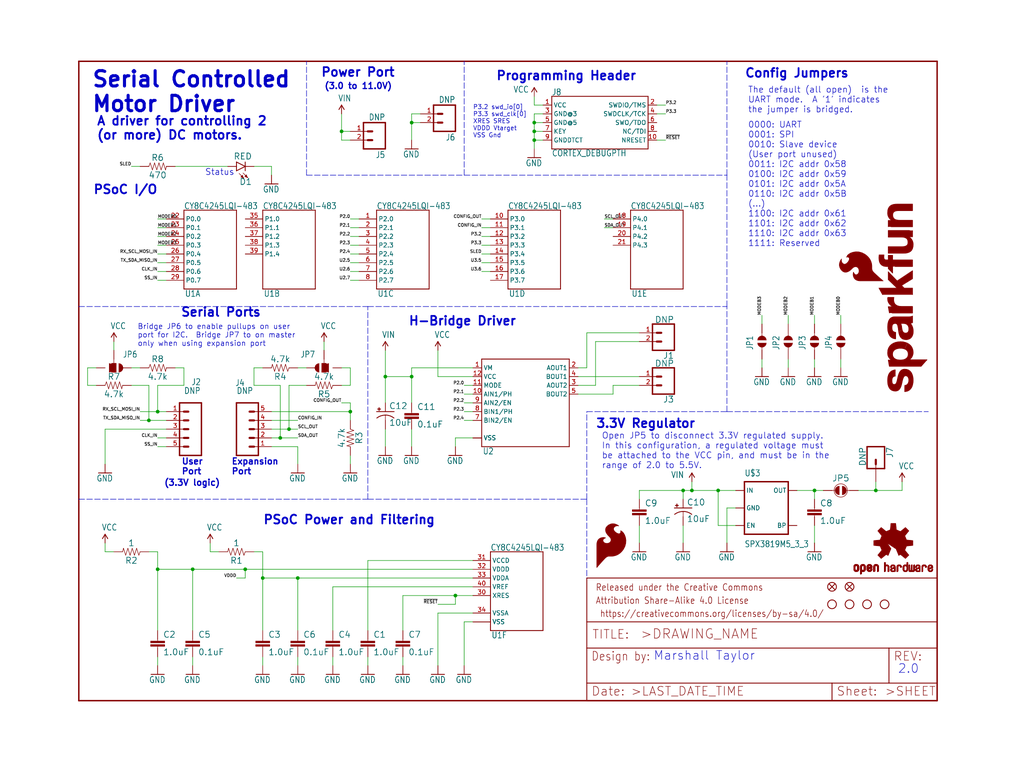
<source format=kicad_sch>
(kicad_sch (version 20211123) (generator eeschema)
  (paper "User" 297.002 223.926)
  (lib_symbols
    (symbol "eagleSchem-eagle-import:0.1UF-0402-16V-10%"
      (property "Reference" "C" (at 1.524 2.921 0))
      (property "Value" "0.1UF-0402-16V-10%" (at 1.524 -2.159 0))
      (symbol "0.1UF-0402-16V-10%_1_0"
        (pin passive line (at 0 5.08 270) (length 2.54) (name "1") (number "1"))
        (pin passive line (at 0 -2.54 90) (length 2.54) (name "2") (number "2"))
      )
    )
    (symbol "eagleSchem-eagle-import:1.0UF-0402-16V-10%"
      (property "Reference" "C" (at 1.524 2.921 0))
      (property "Value" "1.0UF-0402-16V-10%" (at 1.524 -2.159 0))
      (symbol "1.0UF-0402-16V-10%_1_0"
        (pin passive line (at 0 5.08 270) (length 2.54) (name "1") (number "1"))
        (pin passive line (at 0 -2.54 90) (length 2.54) (name "2") (number "2"))
      )
    )
    (symbol "eagleSchem-eagle-import:10UF-POLAR-EIA3216-16V-10%(TANT)"
      (property "Reference" "C" (at 1.016 0.635 0))
      (property "Value" "10UF-POLAR-EIA3216-16V-10%(TANT)" (at 1.016 -4.191 0))
      (symbol "10UF-POLAR-EIA3216-16V-10%(TANT)_1_0"
        (pin passive line (at 0 2.54 270) (length 2.54) (name "+") (number "+"))
        (pin passive line (at 0 -5.08 90) (length 2.54) (name "-") (number "-"))
      )
    )
    (symbol "eagleSchem-eagle-import:1OHM-0603-1{slash}10W-1%"
      (property "Reference" "R" (at 0 1.524 0))
      (property "Value" "1OHM-0603-1{slash}10W-1%" (at 0 -1.524 0))
      (symbol "1OHM-0603-1{slash}10W-1%_1_0"
        (pin passive line (at -5.08 0 0) (length 2.54) (name "1") (number "1"))
        (pin passive line (at 5.08 0 180) (length 2.54) (name "2") (number "2"))
      )
    )
    (symbol "eagleSchem-eagle-import:4.7KOHM-0603-1{slash}10W-1%"
      (property "Reference" "R" (at 0 1.524 0))
      (property "Value" "4.7KOHM-0603-1{slash}10W-1%" (at 0 -1.524 0))
      (symbol "4.7KOHM-0603-1{slash}10W-1%_1_0"
        (pin passive line (at -5.08 0 0) (length 2.54) (name "1") (number "1"))
        (pin passive line (at 5.08 0 180) (length 2.54) (name "2") (number "2"))
      )
    )
    (symbol "eagleSchem-eagle-import:470OHM-0603-1{slash}10W-1%"
      (property "Reference" "R" (at 0 1.524 0))
      (property "Value" "470OHM-0603-1{slash}10W-1%" (at 0 -1.524 0))
      (symbol "470OHM-0603-1{slash}10W-1%_1_0"
        (pin passive line (at -5.08 0 0) (length 2.54) (name "1") (number "1"))
        (pin passive line (at 5.08 0 180) (length 2.54) (name "2") (number "2"))
      )
    )
    (symbol "eagleSchem-eagle-import:CONN_01PTH"
      (property "Reference" "J" (at -2.54 3.048 0))
      (property "Value" "CONN_01PTH" (at -2.54 -4.826 0))
      (symbol "CONN_01PTH_1_0"
        (pin passive line (at 7.62 0 180) (length 5.08) (name "1") (number "1"))
      )
    )
    (symbol "eagleSchem-eagle-import:CONN_021X02_NO_SILK"
      (property "Reference" "J" (at -2.54 5.588 0))
      (property "Value" "CONN_021X02_NO_SILK" (at -2.54 -4.826 0))
      (symbol "CONN_021X02_NO_SILK_1_0"
        (pin passive line (at 7.62 0 180) (length 5.08) (name "1") (number "1"))
        (pin passive line (at 7.62 2.54 180) (length 5.08) (name "2") (number "2"))
      )
    )
    (symbol "eagleSchem-eagle-import:CORTEX_DEBUGPTH"
      (property "Reference" "J" (at -12.7 7.874 0))
      (property "Value" "CORTEX_DEBUGPTH" (at -12.7 -7.874 0))
      (symbol "CORTEX_DEBUGPTH_1_0"
        (pin bidirectional line (at -15.24 5.08 0) (length 2.54) (name "VCC") (number "1"))
        (pin bidirectional line (at 17.78 -5.08 180) (length 2.54) (name "NRESET") (number "10"))
        (pin bidirectional line (at 17.78 5.08 180) (length 2.54) (name "SWDIO/TMS") (number "2"))
        (pin bidirectional line (at -15.24 2.54 0) (length 2.54) (name "GND@3") (number "3"))
        (pin bidirectional line (at 17.78 2.54 180) (length 2.54) (name "SWDCLK/TCK") (number "4"))
        (pin bidirectional line (at -15.24 0 0) (length 2.54) (name "GND@5") (number "5"))
        (pin bidirectional line (at 17.78 0 180) (length 2.54) (name "SWO/TDO") (number "6"))
        (pin bidirectional line (at -15.24 -2.54 0) (length 2.54) (name "KEY") (number "7"))
        (pin bidirectional line (at 17.78 -2.54 180) (length 2.54) (name "NC/TDI") (number "8"))
        (pin bidirectional line (at -15.24 -5.08 0) (length 2.54) (name "GNDDTCT") (number "9"))
      )
    )
    (symbol "eagleSchem-eagle-import:CY8C4245LQI"
      (property "Value" "CY8C4245LQI" (at -7.62 10.414 0))
      (symbol "CY8C4245LQI_1_0"
        (pin bidirectional line (at -12.7 7.62 0) (length 5.08) (name "P0.0") (number "22"))
        (pin bidirectional line (at -12.7 5.08 0) (length 5.08) (name "P0.1") (number "23"))
        (pin bidirectional line (at -12.7 2.54 0) (length 5.08) (name "P0.2") (number "24"))
        (pin bidirectional line (at -12.7 0 0) (length 5.08) (name "P0.3") (number "25"))
        (pin bidirectional line (at -12.7 -2.54 0) (length 5.08) (name "P0.4") (number "26"))
        (pin bidirectional line (at -12.7 -5.08 0) (length 5.08) (name "P0.5") (number "27"))
        (pin bidirectional line (at -12.7 -7.62 0) (length 5.08) (name "P0.6") (number "28"))
        (pin bidirectional line (at -12.7 -10.16 0) (length 5.08) (name "P0.7") (number "29"))
      )
      (symbol "CY8C4245LQI_2_0"
        (pin bidirectional line (at -12.7 7.62 0) (length 5.08) (name "P1.0") (number "35"))
        (pin bidirectional line (at -12.7 5.08 0) (length 5.08) (name "P1.1") (number "36"))
        (pin bidirectional line (at -12.7 2.54 0) (length 5.08) (name "P1.2") (number "37"))
        (pin bidirectional line (at -12.7 0 0) (length 5.08) (name "P1.3") (number "38"))
        (pin bidirectional line (at -12.7 -2.54 0) (length 5.08) (name "P1.4") (number "39"))
      )
      (symbol "CY8C4245LQI_3_0"
        (pin bidirectional line (at -12.7 7.62 0) (length 5.08) (name "P2.0") (number "1"))
        (pin bidirectional line (at -12.7 5.08 0) (length 5.08) (name "P2.1") (number "2"))
        (pin bidirectional line (at -12.7 2.54 0) (length 5.08) (name "P2.2") (number "3"))
        (pin bidirectional line (at -12.7 0 0) (length 5.08) (name "P2.3") (number "4"))
        (pin bidirectional line (at -12.7 -2.54 0) (length 5.08) (name "P2.4") (number "5"))
        (pin bidirectional line (at -12.7 -5.08 0) (length 5.08) (name "P2.5") (number "6"))
        (pin bidirectional line (at -12.7 -7.62 0) (length 5.08) (name "P2.6") (number "7"))
        (pin bidirectional line (at -12.7 -10.16 0) (length 5.08) (name "P2.7") (number "8"))
      )
      (symbol "CY8C4245LQI_4_0"
        (pin bidirectional line (at -12.7 7.62 0) (length 5.08) (name "P3.0") (number "10"))
        (pin bidirectional line (at -12.7 5.08 0) (length 5.08) (name "P3.1") (number "11"))
        (pin bidirectional line (at -12.7 2.54 0) (length 5.08) (name "P3.2") (number "12"))
        (pin bidirectional line (at -12.7 0 0) (length 5.08) (name "P3.3") (number "13"))
        (pin bidirectional line (at -12.7 -2.54 0) (length 5.08) (name "P3.4") (number "14"))
        (pin bidirectional line (at -12.7 -5.08 0) (length 5.08) (name "P3.5") (number "15"))
        (pin bidirectional line (at -12.7 -7.62 0) (length 5.08) (name "P3.6") (number "16"))
        (pin bidirectional line (at -12.7 -10.16 0) (length 5.08) (name "P3.7") (number "17"))
      )
      (symbol "CY8C4245LQI_5_0"
        (pin bidirectional line (at -12.7 7.62 0) (length 5.08) (name "P4.0") (number "18"))
        (pin bidirectional line (at -12.7 5.08 0) (length 5.08) (name "P4.1") (number "19"))
        (pin bidirectional line (at -12.7 2.54 0) (length 5.08) (name "P4.2") (number "20"))
        (pin bidirectional line (at -12.7 0 0) (length 5.08) (name "P4.3") (number "21"))
      )
      (symbol "CY8C4245LQI_6_0"
        (pin bidirectional line (at -12.7 -2.54 0) (length 5.08) (name "XRES") (number "30"))
        (pin bidirectional line (at -12.7 7.62 0) (length 5.08) (name "VCCD") (number "31"))
        (pin bidirectional line (at -12.7 5.08 0) (length 5.08) (name "VDDD") (number "32"))
        (pin bidirectional line (at -12.7 2.54 0) (length 5.08) (name "VDDA") (number "33"))
        (pin bidirectional line (at -12.7 -7.62 0) (length 5.08) (name "VSSA") (number "34"))
        (pin bidirectional line (at -12.7 0 0) (length 5.08) (name "VREF") (number "40"))
        (pin bidirectional line (at -12.7 -10.16 0) (length 5.08) (name "VSS") (number "9"))
        (pin bidirectional line (at -12.7 -10.16 0) (length 5.08) (name "VSS") (number "EP"))
      )
    )
    (symbol "eagleSchem-eagle-import:DRV883X"
      (property "Value" "DRV883X" (at -12.7 12.954 0))
      (symbol "DRV883X_1_0"
        (pin bidirectional line (at -15.24 10.16 0) (length 2.54) (name "VM") (number "1"))
        (pin bidirectional line (at -15.24 2.54 0) (length 2.54) (name "AIN1/PH") (number "10"))
        (pin bidirectional line (at -15.24 5.08 0) (length 2.54) (name "MODE") (number "11"))
        (pin bidirectional line (at -15.24 7.62 0) (length 2.54) (name "VCC") (number "12"))
        (pin bidirectional line (at 15.24 10.16 180) (length 2.54) (name "AOUT1") (number "2"))
        (pin bidirectional line (at 15.24 5.08 180) (length 2.54) (name "AOUT2") (number "3"))
        (pin bidirectional line (at 15.24 7.62 180) (length 2.54) (name "BOUT1") (number "4"))
        (pin bidirectional line (at 15.24 2.54 180) (length 2.54) (name "BOUT2") (number "5"))
        (pin bidirectional line (at -15.24 -10.16 0) (length 2.54) (name "VSS") (number "6"))
        (pin bidirectional line (at -15.24 -5.08 0) (length 2.54) (name "BIN2/EN") (number "7"))
        (pin bidirectional line (at -15.24 -2.54 0) (length 2.54) (name "BIN1/PH") (number "8"))
        (pin bidirectional line (at -15.24 0 0) (length 2.54) (name "AIN2/EN") (number "9"))
        (pin bidirectional line (at -15.24 -10.16 0) (length 2.54) (name "VSS") (number "PAD"))
      )
    )
    (symbol "eagleSchem-eagle-import:FIDUCIALUFIDUCIAL")
    (symbol "eagleSchem-eagle-import:FRAME-LETTER"
      (symbol "FRAME-LETTER_2_0"
        (text " https://creativecommons.org/licenses/by-sa/4.0/" (at 2.54 24.13 0) (effects (font (size 1.9304 1.6408)) (justify left bottom)))
        (text ">DRAWING_NAME" (at 15.494 17.78 0) (effects (font (size 2.7432 2.7432)) (justify left bottom)))
        (text ">LAST_DATE_TIME" (at 12.7 1.27 0) (effects (font (size 2.54 2.54)) (justify left bottom)))
        (text ">SHEET" (at 86.36 1.27 0) (effects (font (size 2.54 2.54)) (justify left bottom)))
        (text "Attribution Share-Alike 4.0 License" (at 2.54 27.94 0) (effects (font (size 1.9304 1.6408)) (justify left bottom)))
        (text "Date:" (at 1.27 1.27 0) (effects (font (size 2.54 2.54)) (justify left bottom)))
        (text "Design by:" (at 1.27 11.43 0) (effects (font (size 2.54 2.159)) (justify left bottom)))
        (text "Released under the Creative Commons" (at 2.54 31.75 0) (effects (font (size 1.9304 1.6408)) (justify left bottom)))
        (text "REV:" (at 88.9 11.43 0) (effects (font (size 2.54 2.54)) (justify left bottom)))
        (text "Sheet:" (at 72.39 1.27 0) (effects (font (size 2.54 2.54)) (justify left bottom)))
        (text "TITLE:" (at 1.524 17.78 0) (effects (font (size 2.54 2.54)) (justify left bottom)))
      )
    )
    (symbol "eagleSchem-eagle-import:GND" (power)
      (property "Value" "GND" (at -2.54 -2.54 0))
      (symbol "GND_1_0"
        (pin power_in line (at 0 2.54 270) (length 2.54) (name "GND") (number "1"))
      )
    )
    (symbol "eagleSchem-eagle-import:JUMPER-PAD-2-NC_BY_PASTE"
      (property "Reference" "JP" (at -2.54 2.54 0))
      (property "Value" "JUMPER-PAD-2-NC_BY_PASTE" (at -2.54 -2.54 0))
      (symbol "JUMPER-PAD-2-NC_BY_PASTE_1_0"
        (pin passive line (at -5.08 0 0) (length 2.54) (name "1") (number "1"))
        (pin passive line (at 5.08 0 180) (length 2.54) (name "2") (number "2"))
      )
    )
    (symbol "eagleSchem-eagle-import:JUMPER-PAD-2-NOYES_SILK"
      (property "Reference" "JP" (at -2.54 2.54 0))
      (property "Value" "JUMPER-PAD-2-NOYES_SILK" (at -2.54 -5.08 0))
      (symbol "JUMPER-PAD-2-NOYES_SILK_1_0"
        (pin passive line (at -5.08 0 0) (length 2.54) (name "1") (number "1"))
        (pin passive line (at 5.08 0 180) (length 2.54) (name "2") (number "2"))
      )
    )
    (symbol "eagleSchem-eagle-import:JUMPER-PAD-3-NOYES_SILK"
      (property "Reference" "JP" (at 2.54 0.381 0))
      (property "Value" "JUMPER-PAD-3-NOYES_SILK" (at 2.54 -1.905 0))
      (symbol "JUMPER-PAD-3-NOYES_SILK_1_0"
        (pin passive line (at 0 5.08 270) (length 2.54) (name "1") (number "1"))
        (pin passive line (at -5.08 0 0) (length 2.54) (name "2") (number "2"))
        (pin passive line (at 0 -5.08 90) (length 2.54) (name "3") (number "3"))
      )
    )
    (symbol "eagleSchem-eagle-import:LED-RED0603"
      (property "Reference" "D" (at -3.429 -4.572 90))
      (property "Value" "LED-RED0603" (at 1.905 -4.572 90))
      (symbol "LED-RED0603_1_0"
        (pin passive line (at 0 2.54 270) (length 2.54) (name "A") (number "A"))
        (pin passive line (at 0 -5.08 90) (length 2.54) (name "C") (number "C"))
      )
    )
    (symbol "eagleSchem-eagle-import:M02PTH"
      (property "Reference" "J" (at -2.54 5.842 0))
      (property "Value" "M02PTH" (at -2.54 -5.08 0))
      (symbol "M02PTH_1_0"
        (pin passive line (at 7.62 0 180) (length 5.08) (name "1") (number "1"))
        (pin passive line (at 7.62 2.54 180) (length 5.08) (name "2") (number "2"))
      )
    )
    (symbol "eagleSchem-eagle-import:M05PTH"
      (property "Reference" "J" (at -2.54 8.382 0))
      (property "Value" "M05PTH" (at -2.54 -10.16 0))
      (symbol "M05PTH_1_0"
        (pin passive line (at 7.62 -5.08 180) (length 5.08) (name "1") (number "1"))
        (pin passive line (at 7.62 -2.54 180) (length 5.08) (name "2") (number "2"))
        (pin passive line (at 7.62 0 180) (length 5.08) (name "3") (number "3"))
        (pin passive line (at 7.62 2.54 180) (length 5.08) (name "4") (number "4"))
        (pin passive line (at 7.62 5.08 180) (length 5.08) (name "5") (number "5"))
      )
    )
    (symbol "eagleSchem-eagle-import:OSHW-LOGOMINI")
    (symbol "eagleSchem-eagle-import:SFE_LOGO_FLAME.1_INCH")
    (symbol "eagleSchem-eagle-import:SFE_LOGO_NAME_FLAME.1_INCH")
    (symbol "eagleSchem-eagle-import:SPX3819"
      (property "Value" "SPX3819" (at -7.62 -11.43 0))
      (symbol "SPX3819_1_0"
        (pin input line (at -10.16 5.08 0) (length 2.54) (name "IN") (number "1"))
        (pin input line (at -10.16 0 0) (length 2.54) (name "GND") (number "2"))
        (pin input line (at -10.16 -5.08 0) (length 2.54) (name "EN") (number "3"))
        (pin input line (at 7.62 -5.08 180) (length 2.54) (name "BP") (number "4"))
        (pin passive line (at 7.62 5.08 180) (length 2.54) (name "OUT") (number "5"))
      )
    )
    (symbol "eagleSchem-eagle-import:STAND-OFF")
    (symbol "eagleSchem-eagle-import:VCC" (power)
      (property "Value" "VCC" (at -1.016 3.556 0))
      (symbol "VCC_1_0"
        (pin power_in line (at 0 0 90) (length 2.54) (name "VCC") (number "1"))
      )
    )
    (symbol "eagleSchem-eagle-import:VIN" (power)
      (property "Value" "VIN" (at -1.016 3.556 0))
      (symbol "VIN_1_0"
        (pin power_in line (at 0 0 90) (length 2.54) (name "VIN") (number "1"))
      )
    )
  )
  (junction (at 154.94 38.1))
  (junction (at 254 142.24))
  (junction (at 45.72 165.1))
  (junction (at 83.82 124.46))
  (junction (at 45.72 119.38))
  (junction (at 132.08 172.72))
  (junction (at 101.6 119.38))
  (junction (at 200.66 142.24))
  (junction (at 119.38 35.56))
  (junction (at 99.06 38.1))
  (junction (at 208.28 142.24))
  (junction (at 71.12 165.1))
  (junction (at 111.76 109.22))
  (junction (at 154.94 40.64))
  (junction (at 154.94 35.56))
  (junction (at 86.36 167.64))
  (junction (at 81.28 127))
  (junction (at 43.18 121.92))
  (junction (at 119.38 109.22))
  (junction (at 55.88 165.1))
  (junction (at 198.12 142.24))
  (junction (at 76.2 167.64))
  (junction (at 236.22 142.24))
  (wire (pts (xy 53.34 111.76) (xy 45.72 111.76)))
  (wire (pts (xy 48.26 66.04) (xy 45.72 66.04)))
  (wire (pts (xy 78.74 119.38) (xy 101.6 119.38)))
  (wire (pts (xy 55.88 165.1) (xy 45.72 165.1)))
  (wire (pts (xy 167.64 109.22) (xy 185.42 109.22)))
  (wire (pts (xy 104.14 76.2) (xy 101.6 76.2)))
  (wire (pts (xy 167.64 106.68) (xy 170.18 106.68)))
  (wire (pts (xy 101.6 106.68) (xy 99.06 106.68)))
  (wire (pts (xy 132.08 175.26) (xy 127 175.26)))
  (wire (pts (xy 200.66 142.24) (xy 200.66 139.7)))
  (wire (pts (xy 78.74 124.46) (xy 83.82 124.46)))
  (wire (pts (xy 73.66 106.68) (xy 73.66 111.76)))
  (wire (pts (xy 104.14 78.74) (xy 101.6 78.74)))
  (wire (pts (xy 101.6 111.76) (xy 101.6 106.68)))
  (wire (pts (xy 48.26 76.2) (xy 45.72 76.2)))
  (wire (pts (xy 213.36 152.4) (xy 208.28 152.4)))
  (polyline (pts (xy 106.68 144.78) (xy 170.18 144.78)))
  (wire (pts (xy 78.74 48.26) (xy 78.74 50.8)))
  (wire (pts (xy 170.18 106.68) (xy 170.18 96.52)))
  (wire (pts (xy 48.26 78.74) (xy 45.72 78.74)))
  (wire (pts (xy 185.42 157.48) (xy 185.42 152.4)))
  (wire (pts (xy 261.62 142.24) (xy 261.62 139.7)))
  (wire (pts (xy 157.48 30.48) (xy 154.94 30.48)))
  (wire (pts (xy 45.72 119.38) (xy 40.64 119.38)))
  (wire (pts (xy 99.06 38.1) (xy 99.06 40.64)))
  (wire (pts (xy 137.16 109.22) (xy 127 109.22)))
  (wire (pts (xy 137.16 170.18) (xy 96.52 170.18)))
  (wire (pts (xy 248.92 142.24) (xy 254 142.24)))
  (wire (pts (xy 137.16 165.1) (xy 71.12 165.1)))
  (wire (pts (xy 104.14 66.04) (xy 101.6 66.04)))
  (wire (pts (xy 172.72 99.06) (xy 185.42 99.06)))
  (wire (pts (xy 106.68 193.04) (xy 106.68 190.5)))
  (wire (pts (xy 177.8 111.76) (xy 185.42 111.76)))
  (wire (pts (xy 210.82 157.48) (xy 210.82 147.32)))
  (wire (pts (xy 43.18 160.02) (xy 45.72 160.02)))
  (wire (pts (xy 33.02 160.02) (xy 30.48 160.02)))
  (wire (pts (xy 243.84 93.98) (xy 243.84 91.44)))
  (wire (pts (xy 198.12 142.24) (xy 198.12 144.78)))
  (wire (pts (xy 132.08 172.72) (xy 137.16 172.72)))
  (wire (pts (xy 142.24 68.58) (xy 139.7 68.58)))
  (wire (pts (xy 53.34 106.68) (xy 53.34 111.76)))
  (wire (pts (xy 142.24 78.74) (xy 139.7 78.74)))
  (wire (pts (xy 101.6 121.92) (xy 101.6 119.38)))
  (wire (pts (xy 119.38 35.56) (xy 119.38 33.02)))
  (wire (pts (xy 132.08 172.72) (xy 132.08 175.26)))
  (polyline (pts (xy 134.62 50.8) (xy 210.82 50.8)))
  (wire (pts (xy 154.94 30.48) (xy 154.94 27.94)))
  (wire (pts (xy 86.36 167.64) (xy 76.2 167.64)))
  (wire (pts (xy 66.04 48.26) (xy 50.8 48.26)))
  (polyline (pts (xy 88.9 50.8) (xy 134.62 50.8)))
  (wire (pts (xy 142.24 63.5) (xy 139.7 63.5)))
  (wire (pts (xy 43.18 121.92) (xy 40.64 121.92)))
  (wire (pts (xy 76.2 190.5) (xy 76.2 193.04)))
  (wire (pts (xy 116.84 193.04) (xy 116.84 190.5)))
  (wire (pts (xy 86.36 182.88) (xy 86.36 167.64)))
  (wire (pts (xy 172.72 111.76) (xy 172.72 99.06)))
  (wire (pts (xy 73.66 111.76) (xy 81.28 111.76)))
  (polyline (pts (xy 106.68 88.9) (xy 210.82 88.9)))
  (wire (pts (xy 254 139.7) (xy 254 142.24)))
  (wire (pts (xy 157.48 33.02) (xy 154.94 33.02)))
  (wire (pts (xy 170.18 96.52) (xy 185.42 96.52)))
  (wire (pts (xy 210.82 147.32) (xy 213.36 147.32)))
  (wire (pts (xy 121.92 35.56) (xy 119.38 35.56)))
  (wire (pts (xy 78.74 127) (xy 81.28 127)))
  (wire (pts (xy 38.1 111.76) (xy 43.18 111.76)))
  (wire (pts (xy 220.98 104.14) (xy 220.98 106.68)))
  (wire (pts (xy 25.4 111.76) (xy 27.94 111.76)))
  (wire (pts (xy 48.26 73.66) (xy 45.72 73.66)))
  (wire (pts (xy 198.12 142.24) (xy 200.66 142.24)))
  (wire (pts (xy 104.14 63.5) (xy 101.6 63.5)))
  (polyline (pts (xy 170.18 144.78) (xy 170.18 167.64)))
  (wire (pts (xy 76.2 160.02) (xy 76.2 167.64)))
  (wire (pts (xy 208.28 152.4) (xy 208.28 142.24)))
  (wire (pts (xy 86.36 129.54) (xy 86.36 134.62)))
  (wire (pts (xy 185.42 144.78) (xy 185.42 142.24)))
  (wire (pts (xy 48.26 81.28) (xy 45.72 81.28)))
  (wire (pts (xy 48.26 71.12) (xy 45.72 71.12)))
  (wire (pts (xy 48.26 124.46) (xy 30.48 124.46)))
  (wire (pts (xy 167.64 111.76) (xy 172.72 111.76)))
  (wire (pts (xy 88.9 111.76) (xy 83.82 111.76)))
  (wire (pts (xy 137.16 162.56) (xy 106.68 162.56)))
  (wire (pts (xy 96.52 190.5) (xy 96.52 193.04)))
  (wire (pts (xy 83.82 111.76) (xy 83.82 124.46)))
  (wire (pts (xy 137.16 180.34) (xy 134.62 180.34)))
  (wire (pts (xy 137.16 121.92) (xy 134.62 121.92)))
  (wire (pts (xy 137.16 116.84) (xy 134.62 116.84)))
  (wire (pts (xy 30.48 160.02) (xy 30.48 157.48)))
  (wire (pts (xy 73.66 160.02) (xy 76.2 160.02)))
  (wire (pts (xy 142.24 73.66) (xy 139.7 73.66)))
  (wire (pts (xy 71.12 167.64) (xy 68.58 167.64)))
  (wire (pts (xy 40.64 106.68) (xy 38.1 106.68)))
  (wire (pts (xy 45.72 160.02) (xy 45.72 165.1)))
  (polyline (pts (xy 210.82 50.8) (xy 210.82 17.78)))
  (wire (pts (xy 55.88 182.88) (xy 55.88 165.1)))
  (wire (pts (xy 104.14 73.66) (xy 101.6 73.66)))
  (wire (pts (xy 177.8 66.04) (xy 175.26 66.04)))
  (wire (pts (xy 137.16 177.8) (xy 127 177.8)))
  (wire (pts (xy 111.76 129.54) (xy 111.76 124.46)))
  (wire (pts (xy 33.02 99.06) (xy 33.02 101.6)))
  (wire (pts (xy 73.66 48.26) (xy 78.74 48.26)))
  (wire (pts (xy 157.48 38.1) (xy 154.94 38.1)))
  (wire (pts (xy 48.26 129.54) (xy 45.72 129.54)))
  (wire (pts (xy 78.74 121.92) (xy 86.36 121.92)))
  (wire (pts (xy 142.24 66.04) (xy 139.7 66.04)))
  (wire (pts (xy 99.06 40.64) (xy 101.6 40.64)))
  (wire (pts (xy 81.28 111.76) (xy 81.28 127)))
  (wire (pts (xy 71.12 165.1) (xy 55.88 165.1)))
  (wire (pts (xy 50.8 106.68) (xy 53.34 106.68)))
  (wire (pts (xy 45.72 111.76) (xy 45.72 119.38)))
  (wire (pts (xy 127 109.22) (xy 127 101.6)))
  (wire (pts (xy 76.2 167.64) (xy 76.2 182.88)))
  (wire (pts (xy 43.18 111.76) (xy 43.18 121.92)))
  (wire (pts (xy 55.88 193.04) (xy 55.88 190.5)))
  (wire (pts (xy 236.22 157.48) (xy 236.22 152.4)))
  (wire (pts (xy 154.94 35.56) (xy 154.94 38.1)))
  (polyline (pts (xy 88.9 50.8) (xy 88.9 17.78)))
  (wire (pts (xy 116.84 172.72) (xy 132.08 172.72)))
  (wire (pts (xy 93.98 101.6) (xy 93.98 99.06)))
  (wire (pts (xy 228.6 106.68) (xy 228.6 104.14)))
  (wire (pts (xy 60.96 160.02) (xy 63.5 160.02)))
  (polyline (pts (xy 170.18 119.38) (xy 210.82 119.38)))
  (wire (pts (xy 101.6 116.84) (xy 99.06 116.84)))
  (wire (pts (xy 137.16 127) (xy 132.08 127)))
  (polyline (pts (xy 170.18 144.78) (xy 170.18 119.38)))
  (wire (pts (xy 154.94 38.1) (xy 154.94 40.64)))
  (wire (pts (xy 119.38 106.68) (xy 119.38 109.22)))
  (wire (pts (xy 213.36 142.24) (xy 208.28 142.24)))
  (wire (pts (xy 157.48 35.56) (xy 154.94 35.56)))
  (wire (pts (xy 25.4 106.68) (xy 25.4 111.76)))
  (polyline (pts (xy 106.68 144.78) (xy 106.68 88.9)))
  (wire (pts (xy 132.08 127) (xy 132.08 129.54)))
  (wire (pts (xy 142.24 71.12) (xy 139.7 71.12)))
  (wire (pts (xy 99.06 33.02) (xy 99.06 38.1)))
  (wire (pts (xy 228.6 93.98) (xy 228.6 91.44)))
  (wire (pts (xy 157.48 40.64) (xy 154.94 40.64)))
  (wire (pts (xy 48.26 68.58) (xy 45.72 68.58)))
  (polyline (pts (xy 22.86 88.9) (xy 106.68 88.9)))
  (polyline (pts (xy 134.62 50.8) (xy 134.62 17.78)))
  (wire (pts (xy 48.26 119.38) (xy 45.72 119.38)))
  (wire (pts (xy 83.82 124.46) (xy 86.36 124.46)))
  (wire (pts (xy 134.62 180.34) (xy 134.62 193.04)))
  (wire (pts (xy 27.94 106.68) (xy 25.4 106.68)))
  (wire (pts (xy 154.94 40.64) (xy 154.94 43.18)))
  (wire (pts (xy 104.14 71.12) (xy 101.6 71.12)))
  (wire (pts (xy 121.92 33.02) (xy 119.38 33.02)))
  (wire (pts (xy 111.76 116.84) (xy 111.76 109.22)))
  (wire (pts (xy 137.16 106.68) (xy 119.38 106.68)))
  (wire (pts (xy 236.22 142.24) (xy 236.22 144.78)))
  (wire (pts (xy 48.26 127) (xy 45.72 127)))
  (wire (pts (xy 96.52 170.18) (xy 96.52 182.88)))
  (wire (pts (xy 86.36 106.68) (xy 88.9 106.68)))
  (wire (pts (xy 101.6 38.1) (xy 99.06 38.1)))
  (wire (pts (xy 81.28 127) (xy 86.36 127)))
  (wire (pts (xy 243.84 104.14) (xy 243.84 106.68)))
  (wire (pts (xy 111.76 101.6) (xy 111.76 109.22)))
  (wire (pts (xy 236.22 104.14) (xy 236.22 106.68)))
  (wire (pts (xy 198.12 142.24) (xy 185.42 142.24)))
  (wire (pts (xy 48.26 63.5) (xy 45.72 63.5)))
  (wire (pts (xy 86.36 190.5) (xy 86.36 193.04)))
  (wire (pts (xy 111.76 109.22) (xy 119.38 109.22)))
  (wire (pts (xy 78.74 129.54) (xy 86.36 129.54)))
  (wire (pts (xy 190.5 33.02) (xy 193.04 33.02)))
  (polyline (pts (xy 210.82 88.9) (xy 210.82 50.8)))
  (wire (pts (xy 231.14 142.24) (xy 236.22 142.24)))
  (wire (pts (xy 119.38 40.64) (xy 119.38 35.56)))
  (wire (pts (xy 208.28 142.24) (xy 200.66 142.24)))
  (wire (pts (xy 60.96 157.48) (xy 60.96 160.02)))
  (wire (pts (xy 45.72 165.1) (xy 45.72 182.88)))
  (wire (pts (xy 101.6 119.38) (xy 101.6 116.84)))
  (wire (pts (xy 30.48 124.46) (xy 30.48 134.62)))
  (wire (pts (xy 236.22 142.24) (xy 238.76 142.24)))
  (wire (pts (xy 177.8 63.5) (xy 175.26 63.5)))
  (wire (pts (xy 254 142.24) (xy 261.62 142.24)))
  (wire (pts (xy 104.14 81.28) (xy 101.6 81.28)))
  (wire (pts (xy 198.12 152.4) (xy 198.12 157.48)))
  (wire (pts (xy 220.98 93.98) (xy 220.98 91.44)))
  (wire (pts (xy 116.84 182.88) (xy 116.84 172.72)))
  (wire (pts (xy 137.16 114.3) (xy 134.62 114.3)))
  (wire (pts (xy 45.72 193.04) (xy 45.72 190.5)))
  (wire (pts (xy 48.26 121.92) (xy 43.18 121.92)))
  (wire (pts (xy 71.12 165.1) (xy 71.12 167.64)))
  (polyline (pts (xy 210.82 119.38) (xy 269.24 119.38)))
  (wire (pts (xy 142.24 76.2) (xy 139.7 76.2)))
  (wire (pts (xy 137.16 119.38) (xy 134.62 119.38)))
  (polyline (pts (xy 22.86 144.78) (xy 106.68 144.78)))
  (wire (pts (xy 119.38 129.54) (xy 119.38 124.46)))
  (wire (pts (xy 190.5 40.64) (xy 193.04 40.64)))
  (wire (pts (xy 127 177.8) (xy 127 193.04)))
  (wire (pts (xy 154.94 33.02) (xy 154.94 35.56)))
  (wire (pts (xy 99.06 111.76) (xy 101.6 111.76)))
  (wire (pts (xy 76.2 106.68) (xy 73.66 106.68)))
  (wire (pts (xy 137.16 111.76) (xy 134.62 111.76)))
  (wire (pts (xy 101.6 134.62) (xy 101.6 132.08)))
  (wire (pts (xy 190.5 30.48) (xy 193.04 30.48)))
  (wire (pts (xy 177.8 114.3) (xy 177.8 111.76)))
  (wire (pts (xy 104.14 68.58) (xy 101.6 68.58)))
  (wire (pts (xy 236.22 93.98) (xy 236.22 91.44)))
  (wire (pts (xy 40.64 48.26) (xy 38.1 48.26)))
  (wire (pts (xy 137.16 167.64) (xy 86.36 167.64)))
  (wire (pts (xy 167.64 114.3) (xy 177.8 114.3)))
  (wire (pts (xy 119.38 109.22) (xy 119.38 116.84)))
  (polyline (pts (xy 210.82 119.38) (xy 210.82 88.9)))
  (wire (pts (xy 106.68 162.56) (xy 106.68 182.88)))
  (text "2.0" (at 260.35 195.58 180) (effects (font (size 2.54 2.54)) (justify left bottom)))
  (text "Config Jumpers" (at 215.9 22.86 180) (effects (font (size 2.54 2.54) (thickness 0.508) bold) (justify left bottom)))
  (text "3.3V Regulator" (at 172.72 124.46 180) (effects (font (size 2.54 2.54) (thickness 0.508) bold) (justify left bottom)))
  (text "Programming Header" (at 143.764 23.622 180) (effects (font (size 2.54 2.54) (thickness 0.508) bold) (justify left bottom)))
  (text "User\nPort" (at 52.578 137.922 180) (effects (font (size 1.778 1.778) (thickness 0.3556) bold) (justify left bottom)))
  (text "Status" (at 59.436 49.022 180) (effects (font (size 1.778 1.778)) (justify left top)))
  (text "Serial Ports" (at 52.324 92.202 180) (effects (font (size 2.54 2.54) (thickness 0.508) bold) (justify left bottom)))
  (text "Power Port" (at 92.964 22.606 180) (effects (font (size 2.54 2.54) (thickness 0.508) bold) (justify left bottom)))
  (text "Expansion\nPort" (at 67.056 137.922 180) (effects (font (size 1.778 1.778) (thickness 0.3556) bold) (justify left bottom)))
  (text "(3.3V logic)" (at 47.498 141.224 180) (effects (font (size 1.778 1.778) (thickness 0.3556) bold) (justify left bottom)))
  (text "P3.2 swd_io[0]\nP3.3 swd_clk[0]\nXRES SRES\nVDDD Vtarget\nVSS Gnd" (at 137.16 30.48 0) (effects (font (size 1.27 1.27)) (justify left top)))
  (text "Marshall Taylor" (at 189.484 191.77 180) (effects (font (size 2.54 2.54)) (justify left bottom)))
  (text "The default (all open)  is the\nUART mode.  A '1' indicates\nthe jumper is bridged." (at 216.916 25.146 0) (effects (font (size 1.778 1.778)) (justify left top)))
  (text "A driver for controlling 2\n(or more) DC motors." (at 27.94 33.782 180) (effects (font (size 2.54 2.54) (thickness 0.508) bold) (justify left top)))
  (text "Open JP5 to disconnect 3.3V regulated supply.\nIn this configuration, a regulated voltage must\nbe attached to the VCC pin, and must be in the\nrange of 2.0 to 5.5V." (at 174.498 125.476 0) (effects (font (size 1.778 1.778)) (justify left top)))
  (text "Bridge JP6 to enable pullups on user\nport for I2C.  Bridge JP7 to on master\nonly when using expansion port" (at 39.878 93.98 0) (effects (font (size 1.524 1.524)) (justify left top)))
  (text "PSoC Power and Filtering" (at 76.2 152.4 180) (effects (font (size 2.54 2.54) (thickness 0.508) bold) (justify left bottom)))
  (text "PSoC I/O" (at 26.924 56.642 180) (effects (font (size 2.54 2.54) (thickness 0.508) bold) (justify left bottom)))
  (text "H-Bridge Driver" (at 118.364 94.742 180) (effects (font (size 2.54 2.54) (thickness 0.508) bold) (justify left bottom)))
  (text "(3.0 to 11.0V)" (at 93.98 26.162 180) (effects (font (size 1.778 1.778) (thickness 0.3556) bold) (justify left bottom)))
  (text "0000: UART\n0001: SPI\n0010: Slave device\n(User port unused)\n0011: I2C addr 0x58\n0100: I2C addr 0x59\n0101: I2C addr 0x5A\n0110: I2C addr 0x5B\n(...)\n1100: I2C addr 0x61\n1101: I2C addr 0x62\n1110: I2C addr 0x63\n1111: Reserved" (at 216.916 35.306 0) (effects (font (size 1.778 1.778)) (justify left top)))
  (text "Serial Controlled\nMotor Driver" (at 26.416 20.574 180) (effects (font (size 4.445 4.445) (thickness 0.889) bold) (justify left top)))
  (label "P2.4" (at 101.6 73.66 180) (effects (font (size 0.889 0.889))))
  (label "CONFIG_IN" (at 139.7 66.04 180) (effects (font (size 0.889 0.889))))
  (label "P2.0" (at 101.6 63.5 180) (effects (font (size 0.889 0.889))))
  (label "P2.2" (at 101.6 68.58 180) (effects (font (size 0.889 0.889))))
  (label "SS_IN" (at 45.72 129.54 180) (effects (font (size 0.889 0.889))))
  (label "U2.6" (at 101.6 78.74 180) (effects (font (size 0.889 0.889))))
  (label "P3.2" (at 193.04 30.48 0) (effects (font (size 0.889 0.889))))
  (label "CLK_IN" (at 45.72 78.74 180) (effects (font (size 0.889 0.889))))
  (label "SCL_OUT" (at 86.36 124.46 0) (effects (font (size 0.889 0.889))))
  (label "MODEB2" (at 228.6 91.44 90) (effects (font (size 0.889 0.889))))
  (label "P3.3" (at 193.04 33.02 0) (effects (font (size 0.889 0.889))))
  (label "U3.6" (at 139.7 78.74 180) (effects (font (size 0.889 0.889))))
  (label "TX_SDA_MISO_IN" (at 40.64 121.92 180) (effects (font (size 0.889 0.889))))
  (label "CONFIG_OUT" (at 99.06 116.84 180) (effects (font (size 0.889 0.889))))
  (label "U3.5" (at 139.7 76.2 180) (effects (font (size 0.889 0.889))))
  (label "MODEB0" (at 45.72 63.5 0) (effects (font (size 0.889 0.889))))
  (label "P3.3" (at 139.7 71.12 180) (effects (font (size 0.889 0.889))))
  (label "SCL_OUT" (at 175.26 63.5 0) (effects (font (size 0.889 0.889))))
  (label "CLK_IN" (at 45.72 127 180) (effects (font (size 0.889 0.889))))
  (label "P2.4" (at 134.62 121.92 180) (effects (font (size 0.889 0.889))))
  (label "MODEB1" (at 45.72 66.04 0) (effects (font (size 0.889 0.889))))
  (label "P2.1" (at 134.62 114.3 180) (effects (font (size 0.889 0.889))))
  (label "U2.5" (at 101.6 76.2 180) (effects (font (size 0.889 0.889))))
  (label "P2.1" (at 101.6 66.04 180) (effects (font (size 0.889 0.889))))
  (label "~{RESET}" (at 127 175.26 180) (effects (font (size 0.889 0.889))))
  (label "U2.7" (at 101.6 81.28 180) (effects (font (size 0.889 0.889))))
  (label "SLED" (at 38.1 48.26 180) (effects (font (size 0.889 0.889))))
  (label "P2.3" (at 134.62 119.38 180) (effects (font (size 0.889 0.889))))
  (label "MODEB0" (at 243.84 91.44 90) (effects (font (size 0.889 0.889))))
  (label "RX_SCL_MOSI_IN" (at 40.64 119.38 180) (effects (font (size 0.889 0.889))))
  (label "~{RESET}" (at 193.04 40.64 0) (effects (font (size 0.889 0.889))))
  (label "P2.2" (at 134.62 116.84 180) (effects (font (size 0.889 0.889))))
  (label "MODEB2" (at 45.72 68.58 0) (effects (font (size 0.889 0.889))))
  (label "SS_IN" (at 45.72 81.28 180) (effects (font (size 0.889 0.889))))
  (label "MODEB3" (at 45.72 71.12 0) (effects (font (size 0.889 0.889))))
  (label "CONFIG_IN" (at 86.36 121.92 0) (effects (font (size 0.889 0.889))))
  (label "SLED" (at 139.7 73.66 180) (effects (font (size 0.889 0.889))))
  (label "SDA_OUT" (at 175.26 66.04 0) (effects (font (size 0.889 0.889))))
  (label "CONFIG_OUT" (at 139.7 63.5 180) (effects (font (size 0.889 0.889))))
  (label "MODEB3" (at 220.98 91.44 90) (effects (font (size 0.889 0.889))))
  (label "RX_SCL_MOSI_IN" (at 45.72 73.66 180) (effects (font (size 0.889 0.889))))
  (label "MODEB1" (at 236.22 91.44 90) (effects (font (size 0.889 0.889))))
  (label "P2.3" (at 101.6 71.12 180) (effects (font (size 0.889 0.889))))
  (label "TX_SDA_MISO_IN" (at 45.72 76.2 180) (effects (font (size 0.889 0.889))))
  (label "P3.2" (at 139.7 68.58 180) (effects (font (size 0.889 0.889))))
  (label "VDDD" (at 68.58 167.64 180) (effects (font (size 0.889 0.889))))
  (label "SDA_OUT" (at 86.36 127 0) (effects (font (size 0.889 0.889))))
  (label "P2.0" (at 134.62 111.76 180) (effects (font (size 0.889 0.889))))
  (symbol (lib_id "eagleSchem-eagle-import:JUMPER-PAD-3-NOYES_SILK") (at 93.98 106.68 90) (mirror x) (unit 1)
    (property "Reference" "JP7" (at 91.44 103.759 90) (effects (font (size 1.778 1.5113)) (justify left bottom)))
    (property "Value" "JUMPER-PAD-3-NOYES_SILK" (effects hide))
    (property "Footprint" "eagleSchem:PAD-JUMPER-3-NO_YES_SILK" (effects hide))
  )
  (symbol (lib_id "eagleSchem-eagle-import:M02PTH") (at 109.22 38.1 180) (unit 1)
    (property "Reference" "J5" (at 111.76 43.942 0) (effects (font (size 1.778 1.5113)) (justify left bottom)))
    (property "Value" "DNP" (at 111.76 33.02 0) (effects (font (size 1.778 1.5113)) (justify left bottom)))
    (property "Footprint" "eagleSchem:1X02@1" (effects hide))
  )
  (symbol (lib_id "eagleSchem-eagle-import:1.0UF-0402-16V-10%") (at 236.22 149.86 0) (unit 1)
    (property "Reference" "C8" (at 237.744 146.939 0) (effects (font (size 1.778 1.778)) (justify left bottom)))
    (property "Value" "1.0uF" (at 237.744 152.019 0) (effects (font (size 1.778 1.778)) (justify left bottom)))
    (property "Footprint" "eagleSchem:0402" (effects hide))
  )
  (symbol (lib_id "eagleSchem-eagle-import:GND") (at 96.52 195.58 0) (unit 1)
    (property "Reference" "#GND4" (effects hide))
    (property "Value" "GND" (at 93.98 198.12 0) (effects (font (size 1.778 1.5113)) (justify left bottom)))
    (property "Footprint" "eagleSchem:" (effects hide))
  )
  (symbol (lib_id "eagleSchem-eagle-import:GND") (at 55.88 195.58 0) (unit 1)
    (property "Reference" "#GND7" (effects hide))
    (property "Value" "GND" (at 53.34 198.12 0) (effects (font (size 1.778 1.5113)) (justify left bottom)))
    (property "Footprint" "eagleSchem:" (effects hide))
  )
  (symbol (lib_id "eagleSchem-eagle-import:JUMPER-PAD-2-NOYES_SILK") (at 236.22 99.06 90) (unit 1)
    (property "Reference" "JP3" (at 233.68 101.6 0) (effects (font (size 1.778 1.5113)) (justify left bottom)))
    (property "Value" "JUMPER-PAD-2" (effects hide))
    (property "Footprint" "eagleSchem:PAD-JUMPER-2-NO_YES_SILK" (effects hide))
  )
  (symbol (lib_id "eagleSchem-eagle-import:GND") (at 210.82 160.02 0) (unit 1)
    (property "Reference" "#GND18" (effects hide))
    (property "Value" "GND" (at 208.28 162.56 0) (effects (font (size 1.778 1.5113)) (justify left bottom)))
    (property "Footprint" "eagleSchem:" (effects hide))
  )
  (symbol (lib_id "eagleSchem-eagle-import:0.1UF-0402-16V-10%") (at 55.88 187.96 0) (unit 1)
    (property "Reference" "C5" (at 57.404 185.039 0) (effects (font (size 1.778 1.778)) (justify left bottom)))
    (property "Value" "0.1uF" (at 57.404 190.119 0) (effects (font (size 1.778 1.778)) (justify left bottom)))
    (property "Footprint" "eagleSchem:0402" (effects hide))
  )
  (symbol (lib_id "eagleSchem-eagle-import:CY8C4245LQI") (at 190.5 71.12 0) (unit 5)
    (property "Reference" "U1" (at 183.134 86.106 0) (effects (font (size 1.778 1.5113)) (justify left bottom)))
    (property "Value" "CY8C4245LQI-483" (at 182.88 60.706 0) (effects (font (size 1.778 1.5113)) (justify left bottom)))
    (property "Footprint" "eagleSchem:QFN-40" (effects hide))
  )
  (symbol (lib_id "eagleSchem-eagle-import:GND") (at 243.84 109.22 0) (unit 1)
    (property "Reference" "#GND17" (effects hide))
    (property "Value" "GND" (at 241.3 111.76 0) (effects (font (size 1.778 1.5113)) (justify left bottom)))
    (property "Footprint" "eagleSchem:" (effects hide))
  )
  (symbol (lib_id "eagleSchem-eagle-import:GND") (at 127 195.58 0) (unit 1)
    (property "Reference" "#GND5" (effects hide))
    (property "Value" "GND" (at 124.46 198.12 0) (effects (font (size 1.778 1.5113)) (justify left bottom)))
    (property "Footprint" "eagleSchem:" (effects hide))
  )
  (symbol (lib_id "eagleSchem-eagle-import:STAND-OFF") (at 251.46 175.26 0) (unit 1)
    (property "Reference" "H3" (effects hide))
    (property "Value" "STAND-OFF" (effects hide))
    (property "Footprint" "eagleSchem:STAND-OFF" (effects hide))
  )
  (symbol (lib_id "eagleSchem-eagle-import:4.7KOHM-0603-1{slash}10W-1%") (at 101.6 127 270) (unit 1)
    (property "Reference" "R3" (at 103.124 127 0) (effects (font (size 1.778 1.778)) (justify bottom)))
    (property "Value" "4.7k" (at 100.076 127 0) (effects (font (size 1.778 1.778)) (justify top)))
    (property "Footprint" "eagleSchem:0603" (effects hide))
  )
  (symbol (lib_id "eagleSchem-eagle-import:0.1UF-0402-16V-10%") (at 86.36 187.96 0) (unit 1)
    (property "Reference" "C6" (at 87.884 185.039 0) (effects (font (size 1.778 1.778)) (justify left bottom)))
    (property "Value" "0.1uF" (at 87.884 190.119 0) (effects (font (size 1.778 1.778)) (justify left bottom)))
    (property "Footprint" "eagleSchem:0402" (effects hide))
  )
  (symbol (lib_id "eagleSchem-eagle-import:CONN_021X02_NO_SILK") (at 193.04 96.52 180) (unit 1)
    (property "Reference" "J1" (at 195.58 102.108 0) (effects (font (size 1.778 1.778)) (justify left bottom)))
    (property "Value" "DNP" (at 195.58 91.694 0) (effects (font (size 1.778 1.778)) (justify left bottom)))
    (property "Footprint" "eagleSchem:1X02_NO_SILK" (effects hide))
  )
  (symbol (lib_id "eagleSchem-eagle-import:VIN") (at 200.66 139.7 0) (unit 1)
    (property "Reference" "#SUPPLY10" (effects hide))
    (property "Value" "VIN" (at 194.564 138.684 0) (effects (font (size 1.778 1.5113)) (justify left bottom)))
    (property "Footprint" "eagleSchem:" (effects hide))
  )
  (symbol (lib_id "eagleSchem-eagle-import:FRAME-LETTER") (at 22.86 203.2 0) (unit 1)
    (property "Reference" "FRAME1" (effects hide))
    (property "Value" "FRAME-LETTER" (effects hide))
    (property "Footprint" "eagleSchem:CREATIVE_COMMONS" (effects hide))
  )
  (symbol (lib_id "eagleSchem-eagle-import:M05PTH") (at 71.12 124.46 0) (unit 1)
    (property "Reference" "J4" (at 69.596 112.014 0) (effects (font (size 1.778 1.5113)) (justify bottom)))
    (property "Value" "DNP" (at 68.58 114.3 0) (effects (font (size 1.778 1.5113)) (justify left bottom)))
    (property "Footprint" "eagleSchem:1X05" (effects hide))
  )
  (symbol (lib_id "eagleSchem-eagle-import:VCC") (at 93.98 99.06 0) (unit 1)
    (property "Reference" "#SUPPLY5" (effects hide))
    (property "Value" "VCC" (at 92.964 95.504 0) (effects (font (size 1.778 1.5113)) (justify left bottom)))
    (property "Footprint" "eagleSchem:" (effects hide))
  )
  (symbol (lib_id "eagleSchem-eagle-import:JUMPER-PAD-2-NOYES_SILK") (at 228.6 99.06 90) (unit 1)
    (property "Reference" "JP2" (at 226.06 101.6 0) (effects (font (size 1.778 1.5113)) (justify left bottom)))
    (property "Value" "JUMPER-PAD-2" (effects hide))
    (property "Footprint" "eagleSchem:PAD-JUMPER-2-NO_YES_SILK" (effects hide))
  )
  (symbol (lib_id "eagleSchem-eagle-import:4.7KOHM-0603-1{slash}10W-1%") (at 93.98 111.76 180) (unit 1)
    (property "Reference" "R5" (at 93.98 113.284 0) (effects (font (size 1.778 1.778)) (justify bottom)))
    (property "Value" "4.7k" (at 93.98 110.236 0) (effects (font (size 1.778 1.778)) (justify top)))
    (property "Footprint" "eagleSchem:0603" (effects hide))
  )
  (symbol (lib_id "eagleSchem-eagle-import:CORTEX_DEBUGPTH") (at 172.72 35.56 0) (unit 1)
    (property "Reference" "J8" (at 160.02 27.686 0) (effects (font (size 1.778 1.5113)) (justify left bottom)))
    (property "Value" "CORTEX_DEBUGPTH" (at 160.02 43.434 0) (effects (font (size 1.778 1.5113)) (justify left top)))
    (property "Footprint" "eagleSchem:2X5-PTH-1.27MM" (effects hide))
  )
  (symbol (lib_id "eagleSchem-eagle-import:GND") (at 116.84 195.58 0) (unit 1)
    (property "Reference" "#GND9" (effects hide))
    (property "Value" "GND" (at 114.3 198.12 0) (effects (font (size 1.778 1.5113)) (justify left bottom)))
    (property "Footprint" "eagleSchem:" (effects hide))
  )
  (symbol (lib_id "eagleSchem-eagle-import:GND") (at 236.22 109.22 0) (unit 1)
    (property "Reference" "#GND16" (effects hide))
    (property "Value" "GND" (at 233.68 111.76 0) (effects (font (size 1.778 1.5113)) (justify left bottom)))
    (property "Footprint" "eagleSchem:" (effects hide))
  )
  (symbol (lib_id "eagleSchem-eagle-import:CY8C4245LQI") (at 149.86 170.18 0) (unit 6)
    (property "Reference" "U1" (at 142.494 185.166 0) (effects (font (size 1.778 1.5113)) (justify left bottom)))
    (property "Value" "CY8C4245LQI-483" (at 142.24 159.766 0) (effects (font (size 1.778 1.5113)) (justify left bottom)))
    (property "Footprint" "eagleSchem:QFN-40" (effects hide))
  )
  (symbol (lib_id "eagleSchem-eagle-import:OSHW-LOGOMINI") (at 259.08 157.48 0) (unit 1)
    (property "Reference" "LOGO2" (effects hide))
    (property "Value" "OSHW-LOGOMINI" (effects hide))
    (property "Footprint" "eagleSchem:OSHW-LOGO-MINI" (effects hide))
  )
  (symbol (lib_id "eagleSchem-eagle-import:JUMPER-PAD-2-NOYES_SILK") (at 220.98 99.06 90) (unit 1)
    (property "Reference" "JP1" (at 218.44 101.6 0) (effects (font (size 1.778 1.5113)) (justify left bottom)))
    (property "Value" "JUMPER-PAD-2" (effects hide))
    (property "Footprint" "eagleSchem:PAD-JUMPER-2-NO_YES_SILK" (effects hide))
  )
  (symbol (lib_id "eagleSchem-eagle-import:VCC") (at 154.94 27.94 0) (unit 1)
    (property "Reference" "#SUPPLY7" (effects hide))
    (property "Value" "VCC" (at 148.844 26.924 0) (effects (font (size 1.778 1.5113)) (justify left bottom)))
    (property "Footprint" "eagleSchem:" (effects hide))
  )
  (symbol (lib_id "eagleSchem-eagle-import:STAND-OFF") (at 241.3 175.26 0) (unit 1)
    (property "Reference" "H1" (effects hide))
    (property "Value" "STAND-OFF" (effects hide))
    (property "Footprint" "eagleSchem:STAND-OFF" (effects hide))
  )
  (symbol (lib_id "eagleSchem-eagle-import:1.0UF-0402-16V-10%") (at 96.52 187.96 0) (unit 1)
    (property "Reference" "C4" (at 98.044 185.039 0) (effects (font (size 1.778 1.778)) (justify left bottom)))
    (property "Value" "1.0uF" (at 98.044 190.119 0) (effects (font (size 1.778 1.778)) (justify left bottom)))
    (property "Footprint" "eagleSchem:0402" (effects hide))
  )
  (symbol (lib_id "eagleSchem-eagle-import:GND") (at 134.62 195.58 0) (unit 1)
    (property "Reference" "#GND6" (effects hide))
    (property "Value" "GND" (at 132.08 198.12 0) (effects (font (size 1.778 1.5113)) (justify left bottom)))
    (property "Footprint" "eagleSchem:" (effects hide))
  )
  (symbol (lib_id "eagleSchem-eagle-import:GND") (at 220.98 109.22 0) (unit 1)
    (property "Reference" "#GND14" (effects hide))
    (property "Value" "GND" (at 218.44 111.76 0) (effects (font (size 1.778 1.5113)) (justify left bottom)))
    (property "Footprint" "eagleSchem:" (effects hide))
  )
  (symbol (lib_id "eagleSchem-eagle-import:1OHM-0603-1{slash}10W-1%") (at 38.1 160.02 180) (unit 1)
    (property "Reference" "R2" (at 38.1 161.544 0) (effects (font (size 1.778 1.778)) (justify bottom)))
    (property "Value" "1" (at 38.1 158.496 0) (effects (font (size 1.778 1.778)) (justify top)))
    (property "Footprint" "eagleSchem:0603" (effects hide))
  )
  (symbol (lib_id "eagleSchem-eagle-import:GND") (at 119.38 132.08 0) (unit 1)
    (property "Reference" "#GND23" (effects hide))
    (property "Value" "GND" (at 116.84 134.62 0) (effects (font (size 1.778 1.5113)) (justify left bottom)))
    (property "Footprint" "eagleSchem:" (effects hide))
  )
  (symbol (lib_id "eagleSchem-eagle-import:0.1UF-0402-16V-10%") (at 119.38 121.92 0) (unit 1)
    (property "Reference" "C11" (at 120.904 118.999 0) (effects (font (size 1.778 1.778)) (justify left bottom)))
    (property "Value" "0.1uF" (at 120.904 124.079 0) (effects (font (size 1.778 1.778)) (justify left bottom)))
    (property "Footprint" "eagleSchem:0402" (effects hide))
  )
  (symbol (lib_id "eagleSchem-eagle-import:CONN_01PTH") (at 254 132.08 270) (unit 1)
    (property "Reference" "J7" (at 257.048 129.54 0) (effects (font (size 1.778 1.778)) (justify left bottom)))
    (property "Value" "DNP" (at 249.174 129.54 0) (effects (font (size 1.778 1.778)) (justify left bottom)))
    (property "Footprint" "eagleSchem:1X01" (effects hide))
  )
  (symbol (lib_id "eagleSchem-eagle-import:JUMPER-PAD-2-NOYES_SILK") (at 243.84 99.06 90) (unit 1)
    (property "Reference" "JP4" (at 241.3 101.6 0) (effects (font (size 1.778 1.5113)) (justify left bottom)))
    (property "Value" "JUMPER-PAD-2" (effects hide))
    (property "Footprint" "eagleSchem:PAD-JUMPER-2-NO_YES_SILK" (effects hide))
  )
  (symbol (lib_id "eagleSchem-eagle-import:10UF-POLAR-EIA3216-16V-10%(TANT)") (at 111.76 119.38 0) (unit 1)
    (property "Reference" "C12" (at 112.776 118.745 0) (effects (font (size 1.778 1.778)) (justify left bottom)))
    (property "Value" "10uF" (at 112.776 123.571 0) (effects (font (size 1.778 1.778)) (justify left bottom)))
    (property "Footprint" "eagleSchem:EIA3216" (effects hide))
  )
  (symbol (lib_id "eagleSchem-eagle-import:GND") (at 101.6 137.16 0) (unit 1)
    (property "Reference" "#GND24" (effects hide))
    (property "Value" "GND" (at 99.06 139.7 0) (effects (font (size 1.778 1.5113)) (justify left bottom)))
    (property "Footprint" "eagleSchem:" (effects hide))
  )
  (symbol (lib_id "eagleSchem-eagle-import:DRV883X") (at 152.4 116.84 0) (unit 1)
    (property "Reference" "U2" (at 139.954 131.826 0) (effects (font (size 1.778 1.5113)) (justify left bottom)))
    (property "Value" "DRV8835" (at 139.7 103.886 0) (effects (font (size 1.778 1.5113)) (justify left bottom)))
    (property "Footprint" "eagleSchem:WSON-12" (effects hide))
    (property "Value" "DRV8835" (effects hide))
  )
  (symbol (lib_id "eagleSchem-eagle-import:JUMPER-PAD-3-NOYES_SILK") (at 33.02 106.68 270) (unit 1)
    (property "Reference" "JP6" (at 35.56 103.759 90) (effects (font (size 1.778 1.5113)) (justify left bottom)))
    (property "Value" "JUMPER-PAD-3-NOYES_SILK" (effects hide))
    (property "Footprint" "eagleSchem:PAD-JUMPER-3-NO_YES_SILK" (effects hide))
  )
  (symbol (lib_id "eagleSchem-eagle-import:FIDUCIALUFIDUCIAL") (at 241.3 170.18 0) (unit 1)
    (property "Reference" "FD1" (effects hide))
    (property "Value" "FIDUCIALUFIDUCIAL" (effects hide))
    (property "Footprint" "eagleSchem:MICRO-FIDUCIAL" (effects hide))
  )
  (symbol (lib_id "eagleSchem-eagle-import:CY8C4245LQI") (at 83.82 71.12 0) (unit 2)
    (property "Reference" "U1" (at 76.454 86.106 0) (effects (font (size 1.778 1.5113)) (justify left bottom)))
    (property "Value" "CY8C4245LQI-483" (at 76.2 60.706 0) (effects (font (size 1.778 1.5113)) (justify left bottom)))
    (property "Footprint" "eagleSchem:QFN-40" (effects hide))
  )
  (symbol (lib_id "eagleSchem-eagle-import:GND") (at 30.48 137.16 0) (unit 1)
    (property "Reference" "#GND12" (effects hide))
    (property "Value" "GND" (at 27.94 139.7 0) (effects (font (size 1.778 1.5113)) (justify left bottom)))
    (property "Footprint" "eagleSchem:" (effects hide))
  )
  (symbol (lib_id "eagleSchem-eagle-import:M05PTH") (at 55.88 124.46 180) (unit 1)
    (property "Reference" "J2" (at 56.896 111.76 0) (effects (font (size 1.778 1.5113)) (justify top)))
    (property "Value" "DNP" (at 53.34 114.3 0) (effects (font (size 1.778 1.5113)) (justify right top)))
    (property "Footprint" "eagleSchem:1X05" (effects hide))
  )
  (symbol (lib_id "eagleSchem-eagle-import:STAND-OFF") (at 256.54 175.26 0) (unit 1)
    (property "Reference" "H4" (effects hide))
    (property "Value" "STAND-OFF" (effects hide))
    (property "Footprint" "eagleSchem:STAND-OFF" (effects hide))
  )
  (symbol (lib_id "eagleSchem-eagle-import:0.1UF-0402-16V-10%") (at 116.84 187.96 0) (unit 1)
    (property "Reference" "C7" (at 118.364 185.039 0) (effects (font (size 1.778 1.778)) (justify left bottom)))
    (property "Value" "0.1uF" (at 118.364 190.119 0) (effects (font (size 1.778 1.778)) (justify left bottom)))
    (property "Footprint" "eagleSchem:0402" (effects hide))
  )
  (symbol (lib_id "eagleSchem-eagle-import:SFE_LOGO_NAME_FLAME.1_INCH") (at 269.24 114.3 90) (unit 1)
    (property "Reference" "LOGO3" (effects hide))
    (property "Value" "SFE_LOGO_NAME_FLAME.1_INCH" (effects hide))
    (property "Footprint" "eagleSchem:SFE_LOGO_NAME_FLAME_.1" (effects hide))
  )
  (symbol (lib_id "eagleSchem-eagle-import:GND") (at 76.2 195.58 0) (unit 1)
    (property "Reference" "#GND3" (effects hide))
    (property "Value" "GND" (at 73.66 198.12 0) (effects (font (size 1.778 1.5113)) (justify left bottom)))
    (property "Footprint" "eagleSchem:" (effects hide))
  )
  (symbol (lib_id "eagleSchem-eagle-import:1.0UF-0402-16V-10%") (at 185.42 149.86 0) (unit 1)
    (property "Reference" "C9" (at 186.944 146.939 0) (effects (font (size 1.778 1.778)) (justify left bottom)))
    (property "Value" "1.0uF" (at 186.944 152.019 0) (effects (font (size 1.778 1.778)) (justify left bottom)))
    (property "Footprint" "eagleSchem:0402" (effects hide))
  )
  (symbol (lib_id "eagleSchem-eagle-import:FIDUCIALUFIDUCIAL") (at 246.38 170.18 0) (unit 1)
    (property "Reference" "FD2" (effects hide))
    (property "Value" "FIDUCIALUFIDUCIAL" (effects hide))
    (property "Footprint" "eagleSchem:MICRO-FIDUCIAL" (effects hide))
  )
  (symbol (lib_id "eagleSchem-eagle-import:1OHM-0603-1{slash}10W-1%") (at 68.58 160.02 180) (unit 1)
    (property "Reference" "R1" (at 68.58 161.544 0) (effects (font (size 1.778 1.778)) (justify bottom)))
    (property "Value" "1" (at 68.58 158.496 0) (effects (font (size 1.778 1.778)) (justify top)))
    (property "Footprint" "eagleSchem:0603" (effects hide))
  )
  (symbol (lib_id "eagleSchem-eagle-import:1.0UF-0402-16V-10%") (at 106.68 187.96 0) (unit 1)
    (property "Reference" "C1" (at 108.204 185.039 0) (effects (font (size 1.778 1.778)) (justify left bottom)))
    (property "Value" "1.0uF" (at 108.204 190.119 0) (effects (font (size 1.778 1.778)) (justify left bottom)))
    (property "Footprint" "eagleSchem:0402" (effects hide))
  )
  (symbol (lib_id "eagleSchem-eagle-import:GND") (at 198.12 160.02 0) (unit 1)
    (property "Reference" "#GND21" (effects hide))
    (property "Value" "GND" (at 195.58 162.56 0) (effects (font (size 1.778 1.5113)) (justify left bottom)))
    (property "Footprint" "eagleSchem:" (effects hide))
  )
  (symbol (lib_id "eagleSchem-eagle-import:SPX3819") (at 223.52 147.32 0) (unit 1)
    (property "Reference" "U$3" (at 215.9 138.176 0) (effects (font (size 1.778 1.5113)) (justify left bottom)))
    (property "Value" "SPX3819M5_3_3" (at 215.9 158.75 0) (effects (font (size 1.778 1.5113)) (justify left bottom)))
    (property "Footprint" "eagleSchem:SOT-23-5-VREG" (effects hide))
  )
  (symbol (lib_id "eagleSchem-eagle-import:GND") (at 236.22 160.02 0) (unit 1)
    (property "Reference" "#GND19" (effects hide))
    (property "Value" "GND" (at 233.68 162.56 0) (effects (font (size 1.778 1.5113)) (justify left bottom)))
    (property "Footprint" "eagleSchem:" (effects hide))
  )
  (symbol (lib_id "eagleSchem-eagle-import:JUMPER-PAD-2-NC_BY_PASTE") (at 243.84 142.24 0) (unit 1)
    (property "Reference" "JP5" (at 241.3 139.7 0) (effects (font (size 1.778 1.778)) (justify left bottom)))
    (property "Value" "JUMPER-PAD-2" (effects hide))
    (property "Footprint" "eagleSchem:PAD-JUMPER-2-NC_BY_PASTE_YES_SILK" (effects hide))
  )
  (symbol (lib_id "eagleSchem-eagle-import:VCC") (at 127 101.6 0) (unit 1)
    (property "Reference" "#SUPPLY3" (effects hide))
    (property "Value" "VCC" (at 125.984 98.044 0) (effects (font (size 1.778 1.5113)) (justify left bottom)))
    (property "Footprint" "eagleSchem:" (effects hide))
  )
  (symbol (lib_id "eagleSchem-eagle-import:VCC") (at 261.62 139.7 0) (unit 1)
    (property "Reference" "#SUPPLY9" (effects hide))
    (property "Value" "VCC" (at 260.604 136.144 0) (effects (font (size 1.778 1.5113)) (justify left bottom)))
    (property "Footprint" "eagleSchem:" (effects hide))
  )
  (symbol (lib_id "eagleSchem-eagle-import:CY8C4245LQI") (at 60.96 71.12 0) (unit 1)
    (property "Reference" "U1" (at 53.594 86.106 0) (effects (font (size 1.778 1.5113)) (justify left bottom)))
    (property "Value" "CY8C4245LQI-483" (at 53.34 60.706 0) (effects (font (size 1.778 1.5113)) (justify left bottom)))
    (property "Footprint" "eagleSchem:QFN-40" (effects hide))
  )
  (symbol (lib_id "eagleSchem-eagle-import:GND") (at 154.94 45.72 0) (unit 1)
    (property "Reference" "#GND11" (effects hide))
    (property "Value" "GND" (at 152.4 48.26 0) (effects (font (size 1.778 1.5113)) (justify left bottom)))
    (property "Footprint" "eagleSchem:" (effects hide))
  )
  (symbol (lib_id "eagleSchem-eagle-import:4.7KOHM-0603-1{slash}10W-1%") (at 33.02 111.76 0) (unit 1)
    (property "Reference" "R7" (at 33.02 110.236 0) (effects (font (size 1.778 1.778)) (justify bottom)))
    (property "Value" "4.7k" (at 33.02 113.284 0) (effects (font (size 1.778 1.778)) (justify top)))
    (property "Footprint" "eagleSchem:0603" (effects hide))
  )
  (symbol (lib_id "eagleSchem-eagle-import:CONN_021X02_NO_SILK") (at 193.04 109.22 180) (unit 1)
    (property "Reference" "J3" (at 195.58 114.808 0) (effects (font (size 1.778 1.778)) (justify left bottom)))
    (property "Value" "DNP" (at 195.58 104.394 0) (effects (font (size 1.778 1.778)) (justify left bottom)))
    (property "Footprint" "eagleSchem:1X02_NO_SILK" (effects hide))
  )
  (symbol (lib_id "eagleSchem-eagle-import:FRAME-LETTER") (at 170.18 203.2 0) (unit 2)
    (property "Reference" "FRAME1" (effects hide))
    (property "Value" "FRAME-LETTER" (effects hide))
    (property "Footprint" "eagleSchem:CREATIVE_COMMONS" (effects hide))
  )
  (symbol (lib_id "eagleSchem-eagle-import:1.0UF-0402-16V-10%") (at 45.72 187.96 0) (unit 1)
    (property "Reference" "C2" (at 47.244 185.039 0) (effects (font (size 1.778 1.778)) (justify left bottom)))
    (property "Value" "1.0uF" (at 47.244 190.119 0) (effects (font (size 1.778 1.778)) (justify left bottom)))
    (property "Footprint" "eagleSchem:0402" (effects hide))
  )
  (symbol (lib_id "eagleSchem-eagle-import:M02PTH") (at 129.54 33.02 180) (unit 1)
    (property "Reference" "J6" (at 132.08 38.862 0) (effects (font (size 1.778 1.5113)) (justify left bottom)))
    (property "Value" "DNP" (at 132.08 27.94 0) (effects (font (size 1.778 1.5113)) (justify left bottom)))
    (property "Footprint" "eagleSchem:1X02@1" (effects hide))
  )
  (symbol (lib_id "eagleSchem-eagle-import:STAND-OFF") (at 246.38 175.26 0) (unit 1)
    (property "Reference" "H2" (effects hide))
    (property "Value" "STAND-OFF" (effects hide))
    (property "Footprint" "eagleSchem:STAND-OFF" (effects hide))
  )
  (symbol (lib_id "eagleSchem-eagle-import:4.7KOHM-0603-1{slash}10W-1%") (at 45.72 106.68 0) (unit 1)
    (property "Reference" "R8" (at 45.72 105.156 0) (effects (font (size 1.778 1.778)) (justify bottom)))
    (property "Value" "4.7k" (at 45.72 108.204 0) (effects (font (size 1.778 1.778)) (justify top)))
    (property "Footprint" "eagleSchem:0603" (effects hide))
  )
  (symbol (lib_id "eagleSchem-eagle-import:VCC") (at 60.96 157.48 0) (unit 1)
    (property "Reference" "#SUPPLY2" (effects hide))
    (property "Value" "VCC" (at 59.944 153.924 0) (effects (font (size 1.778 1.5113)) (justify left bottom)))
    (property "Footprint" "eagleSchem:" (effects hide))
  )
  (symbol (lib_id "eagleSchem-eagle-import:GND") (at 45.72 195.58 0) (unit 1)
    (property "Reference" "#GND2" (effects hide))
    (property "Value" "GND" (at 43.18 198.12 0) (effects (font (size 1.778 1.5113)) (justify left bottom)))
    (property "Footprint" "eagleSchem:" (effects hide))
  )
  (symbol (lib_id "eagleSchem-eagle-import:CY8C4245LQI") (at 154.94 71.12 0) (unit 4)
    (property "Reference" "U1" (at 147.574 86.106 0) (effects (font (size 1.778 1.5113)) (justify left bottom)))
    (property "Value" "CY8C4245LQI-483" (at 147.32 60.706 0) (effects (font (size 1.778 1.5113)) (justify left bottom)))
    (property "Footprint" "eagleSchem:QFN-40" (effects hide))
  )
  (symbol (lib_id "eagleSchem-eagle-import:1.0UF-0402-16V-10%") (at 76.2 187.96 0) (unit 1)
    (property "Reference" "C3" (at 77.724 185.039 0) (effects (font (size 1.778 1.778)) (justify left bottom)))
    (property "Value" "1.0uF" (at 77.724 190.119 0) (effects (font (size 1.778 1.778)) (justify left bottom)))
    (property "Footprint" "eagleSchem:0402" (effects hide))
  )
  (symbol (lib_id "eagleSchem-eagle-import:GND") (at 119.38 43.18 0) (unit 1)
    (property "Reference" "#GND22" (effects hide))
    (property "Value" "GND" (at 116.84 45.72 0) (effects (font (size 1.778 1.5113)) (justify left bottom)))
    (property "Footprint" "eagleSchem:" (effects hide))
  )
  (symbol (lib_id "eagleSchem-eagle-import:4.7KOHM-0603-1{slash}10W-1%") (at 81.28 106.68 180) (unit 1)
    (property "Reference" "R4" (at 81.28 108.204 0) (effects (font (size 1.778 1.778)) (justify bottom)))
    (property "Value" "4.7k" (at 81.28 105.156 0) (effects (font (size 1.778 1.778)) (justify top)))
    (property "Footprint" "eagleSchem:0603" (effects hide))
  )
  (symbol (lib_id "eagleSchem-eagle-import:GND") (at 111.76 132.08 0) (unit 1)
    (property "Reference" "#GND25" (effects hide))
    (property "Value" "GND" (at 109.22 134.62 0) (effects (font (size 1.778 1.5113)) (justify left bottom)))
    (property "Footprint" "eagleSchem:" (effects hide))
  )
  (symbol (lib_id "eagleSchem-eagle-import:VCC") (at 33.02 99.06 0) (unit 1)
    (property "Reference" "#SUPPLY6" (effects hide))
    (property "Value" "VCC" (at 32.004 95.504 0) (effects (font (size 1.778 1.5113)) (justify left bottom)))
    (property "Footprint" "eagleSchem:" (effects hide))
  )
  (symbol (lib_id "eagleSchem-eagle-import:VIN") (at 99.06 33.02 0) (unit 1)
    (property "Reference" "#SUPPLY11" (effects hide))
    (property "Value" "VIN" (at 98.044 29.464 0) (effects (font (size 1.778 1.5113)) (justify left bottom)))
    (property "Footprint" "eagleSchem:" (effects hide))
  )
  (symbol (lib_id "eagleSchem-eagle-import:VCC") (at 30.48 157.48 0) (unit 1)
    (property "Reference" "#SUPPLY1" (effects hide))
    (property "Value" "VCC" (at 29.464 153.924 0) (effects (font (size 1.778 1.5113)) (justify left bottom)))
    (property "Footprint" "eagleSchem:" (effects hide))
  )
  (symbol (lib_id "eagleSchem-eagle-import:GND") (at 106.68 195.58 0) (unit 1)
    (property "Reference" "#GND1" (effects hide))
    (property "Value" "GND" (at 104.14 198.12 0) (effects (font (size 1.778 1.5113)) (justify left bottom)))
    (property "Footprint" "eagleSchem:" (effects hide))
  )
  (symbol (lib_id "eagleSchem-eagle-import:SFE_LOGO_FLAME.1_INCH") (at 172.72 165.1 0) (unit 1)
    (property "Reference" "LOGO1" (effects hide))
    (property "Value" "SFE_LOGO_FLAME.1_INCH" (effects hide))
    (property "Footprint" "eagleSchem:SFE_LOGO_FLAME_.1" (effects hide))
  )
  (symbol (lib_id "eagleSchem-eagle-import:GND") (at 132.08 132.08 0) (unit 1)
    (property "Reference" "#GND10" (effects hide))
    (property "Value" "GND" (at 129.54 134.62 0) (effects (font (size 1.778 1.5113)) (justify left bottom)))
    (property "Footprint" "eagleSchem:" (effects hide))
  )
  (symbol (lib_id "eagleSchem-eagle-import:GND") (at 228.6 109.22 0) (unit 1)
    (property "Reference" "#GND15" (effects hide))
    (property "Value" "GND" (at 226.06 111.76 0) (effects (font (size 1.778 1.5113)) (justify left bottom)))
    (property "Footprint" "eagleSchem:" (effects hide))
  )
  (symbol (lib_id "eagleSchem-eagle-import:VIN") (at 111.76 101.6 0) (unit 1)
    (property "Reference" "#SUPPLY4" (effects hide))
    (property "Value" "VIN" (at 110.744 98.044 0) (effects (font (size 1.778 1.5113)) (justify left bottom)))
    (property "Footprint" "eagleSchem:" (effects hide))
  )
  (symbol (lib_id "eagleSchem-eagle-import:10UF-POLAR-EIA3216-16V-10%(TANT)") (at 198.12 147.32 0) (unit 1)
    (property "Reference" "C10" (at 199.136 146.685 0) (effects (font (size 1.778 1.778)) (justify left bottom)))
    (property "Value" "10uF" (at 199.136 151.511 0) (effects (font (size 1.778 1.778)) (justify left bottom)))
    (property "Footprint" "eagleSchem:EIA3216" (effects hide))
  )
  (symbol (lib_id "eagleSchem-eagle-import:CY8C4245LQI") (at 116.84 71.12 0) (unit 3)
    (property "Reference" "U1" (at 109.474 86.106 0) (effects (font (size 1.778 1.5113)) (justify left bottom)))
    (property "Value" "CY8C4245LQI-483" (at 109.22 60.706 0) (effects (font (size 1.778 1.5113)) (justify left bottom)))
    (property "Footprint" "eagleSchem:QFN-40" (effects hide))
  )
  (symbol (lib_id "eagleSchem-eagle-import:GND") (at 185.42 160.02 0) (unit 1)
    (property "Reference" "#GND20" (effects hide))
    (property "Value" "GND" (at 182.88 162.56 0) (effects (font (size 1.778 1.5113)) (justify left bottom)))
    (property "Footprint" "eagleSchem:" (effects hide))
  )
  (symbol (lib_id "eagleSchem-eagle-import:GND") (at 78.74 53.34 0) (unit 1)
    (property "Reference" "#GND26" (effects hide))
    (property "Value" "GND" (at 76.2 55.88 0) (effects (font (size 1.778 1.5113)) (justify left bottom)))
    (property "Footprint" "eagleSchem:" (effects hide))
  )
  (symbol (lib_id "eagleSchem-eagle-import:GND") (at 86.36 137.16 0) (unit 1)
    (property "Reference" "#GND13" (effects hide))
    (property "Value" "GND" (at 83.82 139.7 0) (effects (font (size 1.778 1.5113)) (justify left bottom)))
    (property "Footprint" "eagleSchem:" (effects hide))
  )
  (symbol (lib_id "eagleSchem-eagle-import:GND") (at 86.36 195.58 0) (unit 1)
    (property "Reference" "#GND8" (effects hide))
    (property "Value" "GND" (at 83.82 198.12 0) (effects (font (size 1.778 1.5113)) (justify left bottom)))
    (property "Footprint" "eagleSchem:" (effects hide))
  )
  (symbol (lib_id "eagleSchem-eagle-import:LED-RED0603") (at 68.58 48.26 90) (unit 1)
    (property "Reference" "D1" (at 73.152 51.689 90) (effects (font (size 1.778 1.778)) (justify left bottom)))
    (property "Value" "RED" (at 73.152 46.355 90) (effects (font (size 1.778 1.778)) (justify left top)))
    (property "Footprint" "eagleSchem:LED-0603" (effects hide))
  )
  (symbol (lib_id "eagleSchem-eagle-import:470OHM-0603-1{slash}10W-1%") (at 45.72 48.26 0) (unit 1)
    (property "Reference" "R6" (at 45.72 46.736 0) (effects (font (size 1.778 1.778)) (justify bottom)))
    (property "Value" "470" (at 45.72 49.784 0) (effects (font (size 1.778 1.778)) (justify top)))
    (property "Footprint" "eagleSchem:0603" (effects hide))
  )
)
</source>
